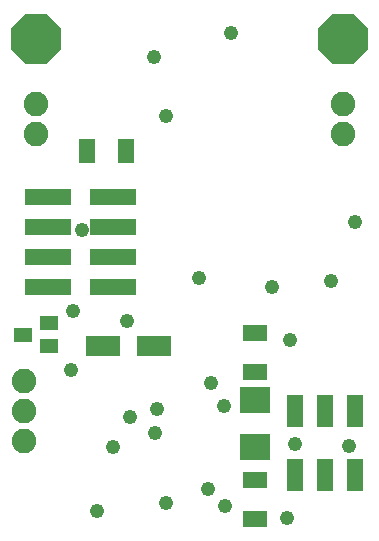
<source format=gbs>
G75*
%MOIN*%
%OFA0B0*%
%FSLAX25Y25*%
%IPPOS*%
%LPD*%
%AMOC8*
5,1,8,0,0,1.08239X$1,22.5*
%
%ADD10R,0.08300X0.05800*%
%ADD11R,0.05800X0.08300*%
%ADD12R,0.10249X0.08674*%
%ADD13R,0.05800X0.10800*%
%ADD14C,0.08200*%
%ADD15R,0.06312X0.04737*%
%ADD16R,0.15800X0.05800*%
%ADD17R,0.11800X0.07099*%
%ADD18C,0.04800*%
%ADD19C,0.04762*%
%ADD20OC8,0.16611*%
D10*
X0097604Y0009437D03*
X0097604Y0022437D03*
X0097604Y0058650D03*
X0097604Y0071650D03*
D11*
X0054891Y0132079D03*
X0041891Y0132079D03*
D12*
X0097604Y0049402D03*
X0097604Y0033654D03*
D13*
X0111226Y0024126D03*
X0121226Y0024126D03*
X0131226Y0024126D03*
X0131226Y0045622D03*
X0121226Y0045622D03*
X0111226Y0045622D03*
D14*
X0020832Y0035622D03*
X0020832Y0045622D03*
X0020832Y0055622D03*
X0024769Y0137984D03*
X0024769Y0147984D03*
X0127131Y0147984D03*
X0127131Y0137984D03*
D15*
X0029100Y0074795D03*
X0029100Y0067315D03*
X0020438Y0071055D03*
D16*
X0028706Y0086803D03*
X0028706Y0096803D03*
X0028706Y0106803D03*
X0028706Y0116803D03*
X0050306Y0116803D03*
X0050306Y0106803D03*
X0050306Y0096803D03*
X0050306Y0086803D03*
D17*
X0047234Y0067118D03*
X0064139Y0067118D03*
D18*
X0055258Y0075563D03*
X0037258Y0078826D03*
X0036580Y0059244D03*
X0056265Y0043496D03*
X0050360Y0033654D03*
X0064426Y0038157D03*
X0065158Y0046257D03*
X0083158Y0054863D03*
X0087489Y0047326D03*
X0109415Y0069087D03*
X0103509Y0086803D03*
X0123194Y0088772D03*
X0079221Y0089906D03*
X0039958Y0105826D03*
X0068076Y0143890D03*
X0064139Y0163575D03*
X0111058Y0034726D03*
X0129226Y0033994D03*
X0108352Y0010031D03*
X0087658Y0014026D03*
X0082089Y0019594D03*
X0068076Y0014757D03*
X0045189Y0012226D03*
D19*
X0131068Y0108457D03*
X0089730Y0171449D03*
D20*
X0127131Y0169480D03*
X0024769Y0169480D03*
M02*

</source>
